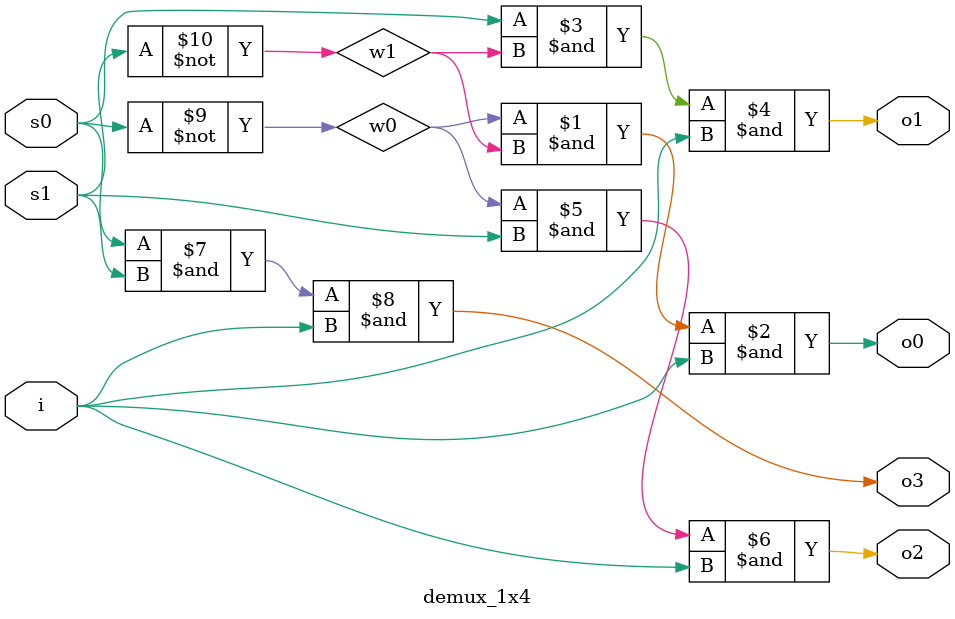
<source format=v>
module demux_1x4(o0,o1,o2,o3,s0,s1,i);
output o0,o1,o2,o3;
input s0,s1,i;

wire w0,w1;

not(w0,s0);
not(w1,s1);
and(o0,w0,w1,i);
and(o1,s0,w1,i);
and(o2,w0,s1,i);
and(o3,s0,s1,i);

endmodule

</source>
